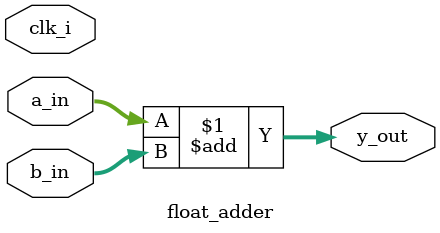
<source format=sv>
`timescale 1ns/1ps
`default_nettype none

module float_adder
#(
    parameter q_m = 17,
    parameter q_n = 16
)
(
    input wire clk_i,
    input wire signed [q_m + q_n - 1:0] a_in, b_in,
    output logic [q_m + q_n - 1:0] y_out
);

    assign y_out = a_in + b_in;
    

endmodule

</source>
